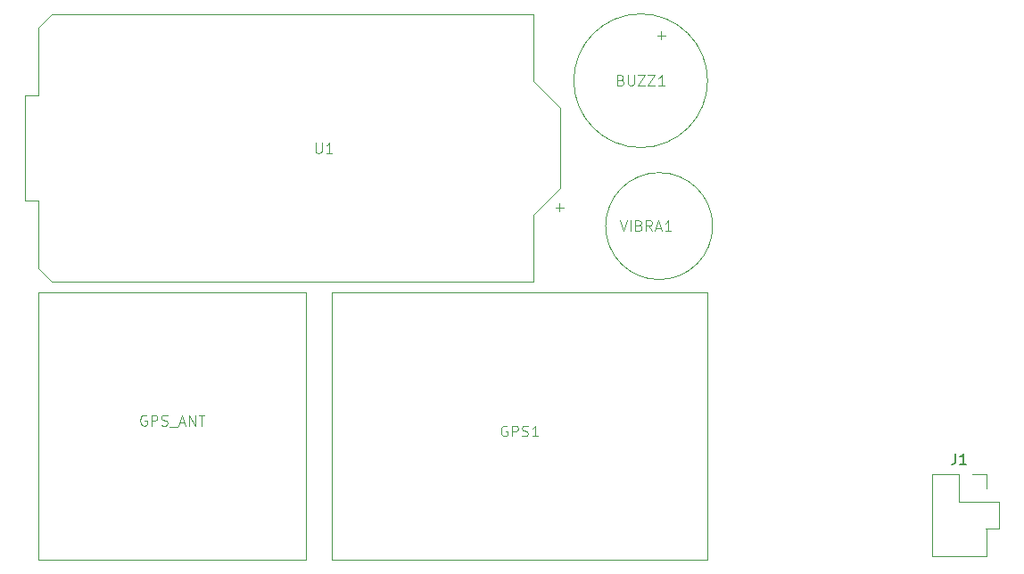
<source format=gbr>
%TF.GenerationSoftware,KiCad,Pcbnew,9.0.0*%
%TF.CreationDate,2025-03-22T20:49:06-07:00*%
%TF.ProjectId,DC33_Cnet_Badge_Main,44433333-5f43-46e6-9574-5f4261646765,rev?*%
%TF.SameCoordinates,Original*%
%TF.FileFunction,Legend,Top*%
%TF.FilePolarity,Positive*%
%FSLAX46Y46*%
G04 Gerber Fmt 4.6, Leading zero omitted, Abs format (unit mm)*
G04 Created by KiCad (PCBNEW 9.0.0) date 2025-03-22 20:49:06*
%MOMM*%
%LPD*%
G01*
G04 APERTURE LIST*
%ADD10C,0.100000*%
%ADD11C,0.150000*%
%ADD12C,0.120000*%
G04 APERTURE END LIST*
D10*
X176523810Y-74957419D02*
X176857143Y-75957419D01*
X176857143Y-75957419D02*
X177190476Y-74957419D01*
X177523810Y-75957419D02*
X177523810Y-74957419D01*
X178333333Y-75433609D02*
X178476190Y-75481228D01*
X178476190Y-75481228D02*
X178523809Y-75528847D01*
X178523809Y-75528847D02*
X178571428Y-75624085D01*
X178571428Y-75624085D02*
X178571428Y-75766942D01*
X178571428Y-75766942D02*
X178523809Y-75862180D01*
X178523809Y-75862180D02*
X178476190Y-75909800D01*
X178476190Y-75909800D02*
X178380952Y-75957419D01*
X178380952Y-75957419D02*
X178000000Y-75957419D01*
X178000000Y-75957419D02*
X178000000Y-74957419D01*
X178000000Y-74957419D02*
X178333333Y-74957419D01*
X178333333Y-74957419D02*
X178428571Y-75005038D01*
X178428571Y-75005038D02*
X178476190Y-75052657D01*
X178476190Y-75052657D02*
X178523809Y-75147895D01*
X178523809Y-75147895D02*
X178523809Y-75243133D01*
X178523809Y-75243133D02*
X178476190Y-75338371D01*
X178476190Y-75338371D02*
X178428571Y-75385990D01*
X178428571Y-75385990D02*
X178333333Y-75433609D01*
X178333333Y-75433609D02*
X178000000Y-75433609D01*
X179571428Y-75957419D02*
X179238095Y-75481228D01*
X179000000Y-75957419D02*
X179000000Y-74957419D01*
X179000000Y-74957419D02*
X179380952Y-74957419D01*
X179380952Y-74957419D02*
X179476190Y-75005038D01*
X179476190Y-75005038D02*
X179523809Y-75052657D01*
X179523809Y-75052657D02*
X179571428Y-75147895D01*
X179571428Y-75147895D02*
X179571428Y-75290752D01*
X179571428Y-75290752D02*
X179523809Y-75385990D01*
X179523809Y-75385990D02*
X179476190Y-75433609D01*
X179476190Y-75433609D02*
X179380952Y-75481228D01*
X179380952Y-75481228D02*
X179000000Y-75481228D01*
X179952381Y-75671704D02*
X180428571Y-75671704D01*
X179857143Y-75957419D02*
X180190476Y-74957419D01*
X180190476Y-74957419D02*
X180523809Y-75957419D01*
X181380952Y-75957419D02*
X180809524Y-75957419D01*
X181095238Y-75957419D02*
X181095238Y-74957419D01*
X181095238Y-74957419D02*
X181000000Y-75100276D01*
X181000000Y-75100276D02*
X180904762Y-75195514D01*
X180904762Y-75195514D02*
X180809524Y-75243133D01*
X170413884Y-73721466D02*
X171175789Y-73721466D01*
X170794836Y-74102419D02*
X170794836Y-73340514D01*
D11*
X208396666Y-97104819D02*
X208396666Y-97819104D01*
X208396666Y-97819104D02*
X208349047Y-97961961D01*
X208349047Y-97961961D02*
X208253809Y-98057200D01*
X208253809Y-98057200D02*
X208110952Y-98104819D01*
X208110952Y-98104819D02*
X208015714Y-98104819D01*
X209396666Y-98104819D02*
X208825238Y-98104819D01*
X209110952Y-98104819D02*
X209110952Y-97104819D01*
X209110952Y-97104819D02*
X209015714Y-97247676D01*
X209015714Y-97247676D02*
X208920476Y-97342914D01*
X208920476Y-97342914D02*
X208825238Y-97390533D01*
D10*
X176619047Y-61623609D02*
X176761904Y-61671228D01*
X176761904Y-61671228D02*
X176809523Y-61718847D01*
X176809523Y-61718847D02*
X176857142Y-61814085D01*
X176857142Y-61814085D02*
X176857142Y-61956942D01*
X176857142Y-61956942D02*
X176809523Y-62052180D01*
X176809523Y-62052180D02*
X176761904Y-62099800D01*
X176761904Y-62099800D02*
X176666666Y-62147419D01*
X176666666Y-62147419D02*
X176285714Y-62147419D01*
X176285714Y-62147419D02*
X176285714Y-61147419D01*
X176285714Y-61147419D02*
X176619047Y-61147419D01*
X176619047Y-61147419D02*
X176714285Y-61195038D01*
X176714285Y-61195038D02*
X176761904Y-61242657D01*
X176761904Y-61242657D02*
X176809523Y-61337895D01*
X176809523Y-61337895D02*
X176809523Y-61433133D01*
X176809523Y-61433133D02*
X176761904Y-61528371D01*
X176761904Y-61528371D02*
X176714285Y-61575990D01*
X176714285Y-61575990D02*
X176619047Y-61623609D01*
X176619047Y-61623609D02*
X176285714Y-61623609D01*
X177285714Y-61147419D02*
X177285714Y-61956942D01*
X177285714Y-61956942D02*
X177333333Y-62052180D01*
X177333333Y-62052180D02*
X177380952Y-62099800D01*
X177380952Y-62099800D02*
X177476190Y-62147419D01*
X177476190Y-62147419D02*
X177666666Y-62147419D01*
X177666666Y-62147419D02*
X177761904Y-62099800D01*
X177761904Y-62099800D02*
X177809523Y-62052180D01*
X177809523Y-62052180D02*
X177857142Y-61956942D01*
X177857142Y-61956942D02*
X177857142Y-61147419D01*
X178238095Y-61147419D02*
X178904761Y-61147419D01*
X178904761Y-61147419D02*
X178238095Y-62147419D01*
X178238095Y-62147419D02*
X178904761Y-62147419D01*
X179190476Y-61147419D02*
X179857142Y-61147419D01*
X179857142Y-61147419D02*
X179190476Y-62147419D01*
X179190476Y-62147419D02*
X179857142Y-62147419D01*
X180761904Y-62147419D02*
X180190476Y-62147419D01*
X180476190Y-62147419D02*
X180476190Y-61147419D01*
X180476190Y-61147419D02*
X180380952Y-61290276D01*
X180380952Y-61290276D02*
X180285714Y-61385514D01*
X180285714Y-61385514D02*
X180190476Y-61433133D01*
X180073884Y-57371466D02*
X180835789Y-57371466D01*
X180454836Y-57752419D02*
X180454836Y-56990514D01*
X131571428Y-93505038D02*
X131476190Y-93457419D01*
X131476190Y-93457419D02*
X131333333Y-93457419D01*
X131333333Y-93457419D02*
X131190476Y-93505038D01*
X131190476Y-93505038D02*
X131095238Y-93600276D01*
X131095238Y-93600276D02*
X131047619Y-93695514D01*
X131047619Y-93695514D02*
X131000000Y-93885990D01*
X131000000Y-93885990D02*
X131000000Y-94028847D01*
X131000000Y-94028847D02*
X131047619Y-94219323D01*
X131047619Y-94219323D02*
X131095238Y-94314561D01*
X131095238Y-94314561D02*
X131190476Y-94409800D01*
X131190476Y-94409800D02*
X131333333Y-94457419D01*
X131333333Y-94457419D02*
X131428571Y-94457419D01*
X131428571Y-94457419D02*
X131571428Y-94409800D01*
X131571428Y-94409800D02*
X131619047Y-94362180D01*
X131619047Y-94362180D02*
X131619047Y-94028847D01*
X131619047Y-94028847D02*
X131428571Y-94028847D01*
X132047619Y-94457419D02*
X132047619Y-93457419D01*
X132047619Y-93457419D02*
X132428571Y-93457419D01*
X132428571Y-93457419D02*
X132523809Y-93505038D01*
X132523809Y-93505038D02*
X132571428Y-93552657D01*
X132571428Y-93552657D02*
X132619047Y-93647895D01*
X132619047Y-93647895D02*
X132619047Y-93790752D01*
X132619047Y-93790752D02*
X132571428Y-93885990D01*
X132571428Y-93885990D02*
X132523809Y-93933609D01*
X132523809Y-93933609D02*
X132428571Y-93981228D01*
X132428571Y-93981228D02*
X132047619Y-93981228D01*
X133000000Y-94409800D02*
X133142857Y-94457419D01*
X133142857Y-94457419D02*
X133380952Y-94457419D01*
X133380952Y-94457419D02*
X133476190Y-94409800D01*
X133476190Y-94409800D02*
X133523809Y-94362180D01*
X133523809Y-94362180D02*
X133571428Y-94266942D01*
X133571428Y-94266942D02*
X133571428Y-94171704D01*
X133571428Y-94171704D02*
X133523809Y-94076466D01*
X133523809Y-94076466D02*
X133476190Y-94028847D01*
X133476190Y-94028847D02*
X133380952Y-93981228D01*
X133380952Y-93981228D02*
X133190476Y-93933609D01*
X133190476Y-93933609D02*
X133095238Y-93885990D01*
X133095238Y-93885990D02*
X133047619Y-93838371D01*
X133047619Y-93838371D02*
X133000000Y-93743133D01*
X133000000Y-93743133D02*
X133000000Y-93647895D01*
X133000000Y-93647895D02*
X133047619Y-93552657D01*
X133047619Y-93552657D02*
X133095238Y-93505038D01*
X133095238Y-93505038D02*
X133190476Y-93457419D01*
X133190476Y-93457419D02*
X133428571Y-93457419D01*
X133428571Y-93457419D02*
X133571428Y-93505038D01*
X133761905Y-94552657D02*
X134523809Y-94552657D01*
X134714286Y-94171704D02*
X135190476Y-94171704D01*
X134619048Y-94457419D02*
X134952381Y-93457419D01*
X134952381Y-93457419D02*
X135285714Y-94457419D01*
X135619048Y-94457419D02*
X135619048Y-93457419D01*
X135619048Y-93457419D02*
X136190476Y-94457419D01*
X136190476Y-94457419D02*
X136190476Y-93457419D01*
X136523810Y-93457419D02*
X137095238Y-93457419D01*
X136809524Y-94457419D02*
X136809524Y-93457419D01*
X147638095Y-67557419D02*
X147638095Y-68366942D01*
X147638095Y-68366942D02*
X147685714Y-68462180D01*
X147685714Y-68462180D02*
X147733333Y-68509800D01*
X147733333Y-68509800D02*
X147828571Y-68557419D01*
X147828571Y-68557419D02*
X148019047Y-68557419D01*
X148019047Y-68557419D02*
X148114285Y-68509800D01*
X148114285Y-68509800D02*
X148161904Y-68462180D01*
X148161904Y-68462180D02*
X148209523Y-68366942D01*
X148209523Y-68366942D02*
X148209523Y-67557419D01*
X149209523Y-68557419D02*
X148638095Y-68557419D01*
X148923809Y-68557419D02*
X148923809Y-67557419D01*
X148923809Y-67557419D02*
X148828571Y-67700276D01*
X148828571Y-67700276D02*
X148733333Y-67795514D01*
X148733333Y-67795514D02*
X148638095Y-67843133D01*
X165809523Y-94505038D02*
X165714285Y-94457419D01*
X165714285Y-94457419D02*
X165571428Y-94457419D01*
X165571428Y-94457419D02*
X165428571Y-94505038D01*
X165428571Y-94505038D02*
X165333333Y-94600276D01*
X165333333Y-94600276D02*
X165285714Y-94695514D01*
X165285714Y-94695514D02*
X165238095Y-94885990D01*
X165238095Y-94885990D02*
X165238095Y-95028847D01*
X165238095Y-95028847D02*
X165285714Y-95219323D01*
X165285714Y-95219323D02*
X165333333Y-95314561D01*
X165333333Y-95314561D02*
X165428571Y-95409800D01*
X165428571Y-95409800D02*
X165571428Y-95457419D01*
X165571428Y-95457419D02*
X165666666Y-95457419D01*
X165666666Y-95457419D02*
X165809523Y-95409800D01*
X165809523Y-95409800D02*
X165857142Y-95362180D01*
X165857142Y-95362180D02*
X165857142Y-95028847D01*
X165857142Y-95028847D02*
X165666666Y-95028847D01*
X166285714Y-95457419D02*
X166285714Y-94457419D01*
X166285714Y-94457419D02*
X166666666Y-94457419D01*
X166666666Y-94457419D02*
X166761904Y-94505038D01*
X166761904Y-94505038D02*
X166809523Y-94552657D01*
X166809523Y-94552657D02*
X166857142Y-94647895D01*
X166857142Y-94647895D02*
X166857142Y-94790752D01*
X166857142Y-94790752D02*
X166809523Y-94885990D01*
X166809523Y-94885990D02*
X166761904Y-94933609D01*
X166761904Y-94933609D02*
X166666666Y-94981228D01*
X166666666Y-94981228D02*
X166285714Y-94981228D01*
X167238095Y-95409800D02*
X167380952Y-95457419D01*
X167380952Y-95457419D02*
X167619047Y-95457419D01*
X167619047Y-95457419D02*
X167714285Y-95409800D01*
X167714285Y-95409800D02*
X167761904Y-95362180D01*
X167761904Y-95362180D02*
X167809523Y-95266942D01*
X167809523Y-95266942D02*
X167809523Y-95171704D01*
X167809523Y-95171704D02*
X167761904Y-95076466D01*
X167761904Y-95076466D02*
X167714285Y-95028847D01*
X167714285Y-95028847D02*
X167619047Y-94981228D01*
X167619047Y-94981228D02*
X167428571Y-94933609D01*
X167428571Y-94933609D02*
X167333333Y-94885990D01*
X167333333Y-94885990D02*
X167285714Y-94838371D01*
X167285714Y-94838371D02*
X167238095Y-94743133D01*
X167238095Y-94743133D02*
X167238095Y-94647895D01*
X167238095Y-94647895D02*
X167285714Y-94552657D01*
X167285714Y-94552657D02*
X167333333Y-94505038D01*
X167333333Y-94505038D02*
X167428571Y-94457419D01*
X167428571Y-94457419D02*
X167666666Y-94457419D01*
X167666666Y-94457419D02*
X167809523Y-94505038D01*
X168761904Y-95457419D02*
X168190476Y-95457419D01*
X168476190Y-95457419D02*
X168476190Y-94457419D01*
X168476190Y-94457419D02*
X168380952Y-94600276D01*
X168380952Y-94600276D02*
X168285714Y-94695514D01*
X168285714Y-94695514D02*
X168190476Y-94743133D01*
%TO.C,VIBRA1*%
X185330000Y-75500000D02*
G75*
G02*
X175170000Y-75500000I-5080000J0D01*
G01*
X175170000Y-75500000D02*
G75*
G02*
X185330000Y-75500000I5080000J0D01*
G01*
D12*
%TO.C,J1*%
X206130000Y-99090000D02*
X206130000Y-106830000D01*
X206130000Y-99090000D02*
X208730000Y-99090000D01*
X206130000Y-106830000D02*
X211330000Y-106830000D01*
X208730000Y-99090000D02*
X208730000Y-101690000D01*
X208730000Y-101690000D02*
X211330000Y-101690000D01*
X210000000Y-99090000D02*
X211330000Y-99090000D01*
X211330000Y-99090000D02*
X211330000Y-100420000D01*
D10*
X211330000Y-101690000D02*
X212540000Y-101690000D01*
D12*
X211330000Y-104230000D02*
X211330000Y-106830000D01*
D10*
X212540000Y-101690000D02*
X212540000Y-104230000D01*
X212540000Y-104230000D02*
X211270000Y-104230000D01*
%TO.C,BUZZ1*%
X184850000Y-61690000D02*
G75*
G02*
X172150000Y-61690000I-6350000J0D01*
G01*
X172150000Y-61690000D02*
G75*
G02*
X184850000Y-61690000I6350000J0D01*
G01*
%TO.C,GPS_ANT*%
X121287300Y-81800000D02*
X146712700Y-81800000D01*
X146712700Y-107200000D01*
X121287300Y-107200000D01*
X121287300Y-81800000D01*
%TO.C,U1*%
X120050000Y-73070000D02*
X120050000Y-63070000D01*
X120050000Y-73070000D02*
X121320000Y-73070000D01*
X121320000Y-56640000D02*
X121320000Y-63070000D01*
X121320000Y-63070000D02*
X120050000Y-63070000D01*
X121320000Y-79500000D02*
X121320000Y-73070000D01*
X122590000Y-55370000D02*
X121320000Y-56640000D01*
X122590000Y-80770000D02*
X121320000Y-79500000D01*
X168310000Y-55370000D02*
X122590000Y-55370000D01*
X168310000Y-61720000D02*
X168310000Y-55370000D01*
X168310000Y-61720000D02*
X170850000Y-64260000D01*
X168310000Y-74420000D02*
X168310000Y-80770000D01*
X168310000Y-80770000D02*
X122590000Y-80770000D01*
X170850000Y-64260000D02*
X170850000Y-71880000D01*
X170850000Y-71880000D02*
X168310000Y-74420000D01*
%TO.C,GPS1*%
X184792700Y-107200000D02*
X149207300Y-107200000D01*
X149207300Y-81800000D01*
X184792700Y-81800000D01*
X184792700Y-107200000D01*
%TD*%
M02*

</source>
